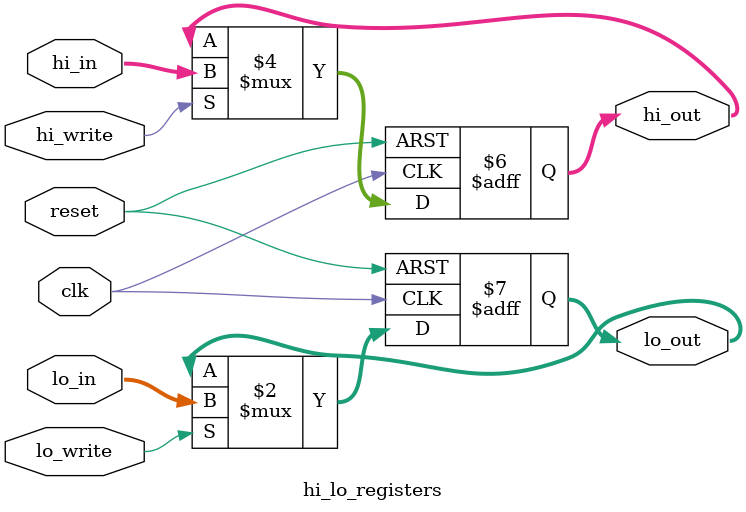
<source format=v>
module hi_lo_registers (
    input wire clk,
    input wire reset,
    input wire [31:0] hi_in,
    input wire [31:0] lo_in,
    input wire hi_write,
    input wire lo_write,
    output reg [31:0] hi_out,
    output reg [31:0] lo_out
);

    always @(posedge clk or posedge reset) begin
        if (reset) begin
            hi_out <= 32'b0;
            lo_out <= 32'b0;
        end else begin
            if (hi_write) hi_out <= hi_in;
            if (lo_write) lo_out <= lo_in;
        end
    end

endmodule
</source>
